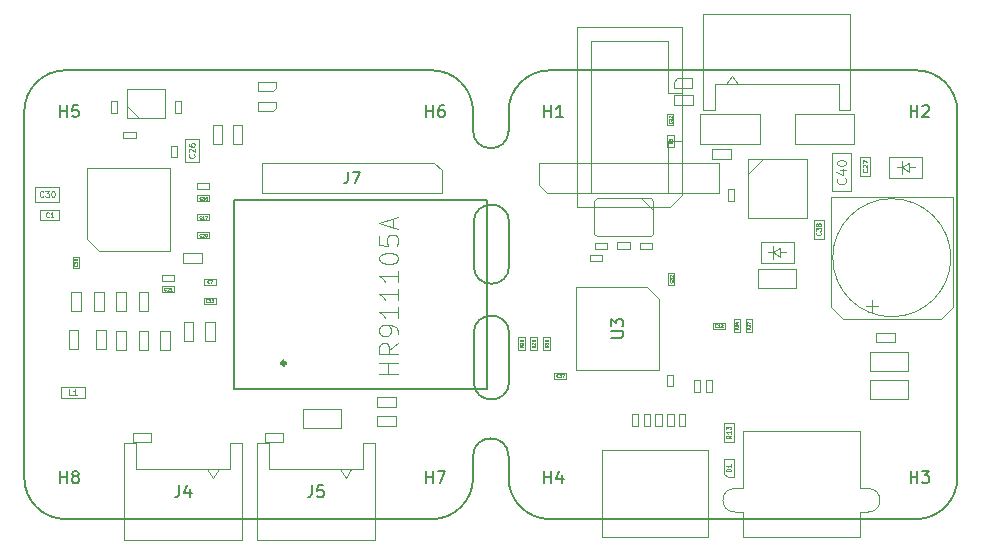
<source format=gbr>
%TF.GenerationSoftware,KiCad,Pcbnew,(6.0.1-0)*%
%TF.CreationDate,2023-01-25T00:15:58+01:00*%
%TF.ProjectId,ethersweep,65746865-7273-4776-9565-702e6b696361,2.0.1*%
%TF.SameCoordinates,Original*%
%TF.FileFunction,AssemblyDrawing,Top*%
%FSLAX46Y46*%
G04 Gerber Fmt 4.6, Leading zero omitted, Abs format (unit mm)*
G04 Created by KiCad (PCBNEW (6.0.1-0)) date 2023-01-25 00:15:58*
%MOMM*%
%LPD*%
G01*
G04 APERTURE LIST*
%TA.AperFunction,Profile*%
%ADD10C,0.150000*%
%TD*%
%ADD11C,0.080000*%
%ADD12C,0.015000*%
%ADD13C,0.150000*%
%ADD14C,0.040000*%
%ADD15C,0.060000*%
%ADD16C,0.120000*%
%ADD17C,0.100000*%
%ADD18C,0.127000*%
%ADD19C,0.300000*%
G04 APERTURE END LIST*
D10*
X187150000Y-39570000D02*
X187150000Y-43270000D01*
X184150000Y-43270000D02*
X184150000Y-39570000D01*
X184150000Y-53070000D02*
X184150000Y-48970000D01*
X187150000Y-48970000D02*
X187150000Y-53070000D01*
X187150000Y-39570000D02*
G75*
G03*
X184150000Y-39570000I-1500000J0D01*
G01*
X184150000Y-43270000D02*
G75*
G03*
X187150000Y-43270000I1500000J0D01*
G01*
X184150000Y-53070000D02*
G75*
G03*
X187150000Y-53070000I1500000J0D01*
G01*
X187150000Y-48970000D02*
G75*
G03*
X184150000Y-48970000I-1500000J0D01*
G01*
X184100000Y-31800000D02*
G75*
G03*
X187100000Y-31800000I1500000J0D01*
G01*
X187100000Y-59370000D02*
G75*
G03*
X184100000Y-59370000I-1500000J0D01*
G01*
X184100000Y-31800000D02*
X184100000Y-30200000D01*
X184100000Y-60700000D02*
X184100000Y-59400000D01*
X180600000Y-26700000D02*
X149600000Y-26700000D01*
X149600000Y-26700000D02*
G75*
G03*
X146100000Y-30200000I-1J-3499999D01*
G01*
X184100000Y-30200000D02*
G75*
G03*
X180600000Y-26700000I-3499999J1D01*
G01*
X180600000Y-64700000D02*
G75*
G03*
X184100000Y-61200000I1J3499999D01*
G01*
X146100000Y-30200000D02*
X146100000Y-61200000D01*
X149600000Y-64700000D02*
X180600000Y-64700000D01*
X146100000Y-61200000D02*
G75*
G03*
X149600000Y-64700000I3499999J-1D01*
G01*
X184100000Y-61200000D02*
X184100000Y-60700000D01*
X225100000Y-61200000D02*
X225100000Y-30200000D01*
X190600000Y-64700000D02*
X221600000Y-64700000D01*
X187100000Y-61200000D02*
G75*
G03*
X190600000Y-64700000I3499999J-1D01*
G01*
X221600000Y-64700000D02*
G75*
G03*
X225100000Y-61200000I1J3499999D01*
G01*
X190600000Y-26700000D02*
G75*
G03*
X187100000Y-30200000I-1J-3499999D01*
G01*
X190600000Y-26700000D02*
X221600000Y-26700000D01*
X187100000Y-30200000D02*
X187100000Y-30700000D01*
X187100000Y-61200000D02*
X187100000Y-59400000D01*
X187100000Y-31800000D02*
X187100000Y-30700000D01*
X225100000Y-30200000D02*
G75*
G03*
X221600000Y-26700000I-3499999J1D01*
G01*
D11*
X160478571Y-33821428D02*
X160502380Y-33845238D01*
X160526190Y-33916666D01*
X160526190Y-33964285D01*
X160502380Y-34035714D01*
X160454761Y-34083333D01*
X160407142Y-34107142D01*
X160311904Y-34130952D01*
X160240476Y-34130952D01*
X160145238Y-34107142D01*
X160097619Y-34083333D01*
X160050000Y-34035714D01*
X160026190Y-33964285D01*
X160026190Y-33916666D01*
X160050000Y-33845238D01*
X160073809Y-33821428D01*
X160073809Y-33630952D02*
X160050000Y-33607142D01*
X160026190Y-33559523D01*
X160026190Y-33440476D01*
X160050000Y-33392857D01*
X160073809Y-33369047D01*
X160121428Y-33345238D01*
X160169047Y-33345238D01*
X160240476Y-33369047D01*
X160526190Y-33654761D01*
X160526190Y-33345238D01*
X160026190Y-32916666D02*
X160026190Y-33011904D01*
X160050000Y-33059523D01*
X160073809Y-33083333D01*
X160145238Y-33130952D01*
X160240476Y-33154761D01*
X160430952Y-33154761D01*
X160478571Y-33130952D01*
X160502380Y-33107142D01*
X160526190Y-33059523D01*
X160526190Y-32964285D01*
X160502380Y-32916666D01*
X160478571Y-32892857D01*
X160430952Y-32869047D01*
X160311904Y-32869047D01*
X160264285Y-32892857D01*
X160240476Y-32916666D01*
X160216666Y-32964285D01*
X160216666Y-33059523D01*
X160240476Y-33107142D01*
X160264285Y-33130952D01*
X160311904Y-33154761D01*
X150116666Y-54226190D02*
X149878571Y-54226190D01*
X149878571Y-53726190D01*
X150545238Y-54226190D02*
X150259523Y-54226190D01*
X150402380Y-54226190D02*
X150402380Y-53726190D01*
X150354761Y-53797619D01*
X150307142Y-53845238D01*
X150259523Y-53869047D01*
D12*
X177776099Y-52404899D02*
X176171036Y-52404899D01*
X176935352Y-52404899D02*
X176935352Y-51487720D01*
X177776099Y-51487720D02*
X176171036Y-51487720D01*
X177776099Y-49806225D02*
X177011784Y-50341246D01*
X177776099Y-50723404D02*
X176171036Y-50723404D01*
X176171036Y-50111952D01*
X176247468Y-49959089D01*
X176323900Y-49882657D01*
X176476763Y-49806225D01*
X176706057Y-49806225D01*
X176858921Y-49882657D01*
X176935352Y-49959089D01*
X177011784Y-50111952D01*
X177011784Y-50723404D01*
X177776099Y-49041910D02*
X177776099Y-48736183D01*
X177699668Y-48583320D01*
X177623236Y-48506889D01*
X177393942Y-48354026D01*
X177088215Y-48277594D01*
X176476763Y-48277594D01*
X176323900Y-48354026D01*
X176247468Y-48430457D01*
X176171036Y-48583320D01*
X176171036Y-48889047D01*
X176247468Y-49041910D01*
X176323900Y-49118341D01*
X176476763Y-49194773D01*
X176858921Y-49194773D01*
X177011784Y-49118341D01*
X177088215Y-49041910D01*
X177164647Y-48889047D01*
X177164647Y-48583320D01*
X177088215Y-48430457D01*
X177011784Y-48354026D01*
X176858921Y-48277594D01*
X177776099Y-46748963D02*
X177776099Y-47666141D01*
X177776099Y-47207552D02*
X176171036Y-47207552D01*
X176400331Y-47360415D01*
X176553194Y-47513278D01*
X176629626Y-47666141D01*
X177776099Y-45220331D02*
X177776099Y-46137510D01*
X177776099Y-45678921D02*
X176171036Y-45678921D01*
X176400331Y-45831784D01*
X176553194Y-45984647D01*
X176629626Y-46137510D01*
X177776099Y-43691700D02*
X177776099Y-44608879D01*
X177776099Y-44150289D02*
X176171036Y-44150289D01*
X176400331Y-44303152D01*
X176553194Y-44456015D01*
X176629626Y-44608879D01*
X176171036Y-42698089D02*
X176171036Y-42545226D01*
X176247468Y-42392363D01*
X176323900Y-42315931D01*
X176476763Y-42239500D01*
X176782489Y-42163068D01*
X177164647Y-42163068D01*
X177470373Y-42239500D01*
X177623236Y-42315931D01*
X177699668Y-42392363D01*
X177776099Y-42545226D01*
X177776099Y-42698089D01*
X177699668Y-42850952D01*
X177623236Y-42927384D01*
X177470373Y-43003816D01*
X177164647Y-43080247D01*
X176782489Y-43080247D01*
X176476763Y-43003816D01*
X176323900Y-42927384D01*
X176247468Y-42850952D01*
X176171036Y-42698089D01*
X176171036Y-40710868D02*
X176171036Y-41475184D01*
X176935352Y-41551616D01*
X176858921Y-41475184D01*
X176782489Y-41322321D01*
X176782489Y-40940163D01*
X176858921Y-40787300D01*
X176935352Y-40710868D01*
X177088215Y-40634437D01*
X177470373Y-40634437D01*
X177623236Y-40710868D01*
X177699668Y-40787300D01*
X177776099Y-40940163D01*
X177776099Y-41322321D01*
X177699668Y-41475184D01*
X177623236Y-41551616D01*
X177317510Y-40022984D02*
X177317510Y-39258669D01*
X177776099Y-40175847D02*
X176171036Y-39640826D01*
X177776099Y-39105805D01*
D13*
X180138095Y-30652380D02*
X180138095Y-29652380D01*
X180138095Y-30128571D02*
X180709523Y-30128571D01*
X180709523Y-30652380D02*
X180709523Y-29652380D01*
X181614285Y-29652380D02*
X181423809Y-29652380D01*
X181328571Y-29700000D01*
X181280952Y-29747619D01*
X181185714Y-29890476D01*
X181138095Y-30080952D01*
X181138095Y-30461904D01*
X181185714Y-30557142D01*
X181233333Y-30604761D01*
X181328571Y-30652380D01*
X181519047Y-30652380D01*
X181614285Y-30604761D01*
X181661904Y-30557142D01*
X181709523Y-30461904D01*
X181709523Y-30223809D01*
X181661904Y-30128571D01*
X181614285Y-30080952D01*
X181519047Y-30033333D01*
X181328571Y-30033333D01*
X181233333Y-30080952D01*
X181185714Y-30128571D01*
X181138095Y-30223809D01*
X149138095Y-30652380D02*
X149138095Y-29652380D01*
X149138095Y-30128571D02*
X149709523Y-30128571D01*
X149709523Y-30652380D02*
X149709523Y-29652380D01*
X150661904Y-29652380D02*
X150185714Y-29652380D01*
X150138095Y-30128571D01*
X150185714Y-30080952D01*
X150280952Y-30033333D01*
X150519047Y-30033333D01*
X150614285Y-30080952D01*
X150661904Y-30128571D01*
X150709523Y-30223809D01*
X150709523Y-30461904D01*
X150661904Y-30557142D01*
X150614285Y-30604761D01*
X150519047Y-30652380D01*
X150280952Y-30652380D01*
X150185714Y-30604761D01*
X150138095Y-30557142D01*
X149138095Y-61652380D02*
X149138095Y-60652380D01*
X149138095Y-61128571D02*
X149709523Y-61128571D01*
X149709523Y-61652380D02*
X149709523Y-60652380D01*
X150328571Y-61080952D02*
X150233333Y-61033333D01*
X150185714Y-60985714D01*
X150138095Y-60890476D01*
X150138095Y-60842857D01*
X150185714Y-60747619D01*
X150233333Y-60700000D01*
X150328571Y-60652380D01*
X150519047Y-60652380D01*
X150614285Y-60700000D01*
X150661904Y-60747619D01*
X150709523Y-60842857D01*
X150709523Y-60890476D01*
X150661904Y-60985714D01*
X150614285Y-61033333D01*
X150519047Y-61080952D01*
X150328571Y-61080952D01*
X150233333Y-61128571D01*
X150185714Y-61176190D01*
X150138095Y-61271428D01*
X150138095Y-61461904D01*
X150185714Y-61557142D01*
X150233333Y-61604761D01*
X150328571Y-61652380D01*
X150519047Y-61652380D01*
X150614285Y-61604761D01*
X150661904Y-61557142D01*
X150709523Y-61461904D01*
X150709523Y-61271428D01*
X150661904Y-61176190D01*
X150614285Y-61128571D01*
X150519047Y-61080952D01*
X180138095Y-61652380D02*
X180138095Y-60652380D01*
X180138095Y-61128571D02*
X180709523Y-61128571D01*
X180709523Y-61652380D02*
X180709523Y-60652380D01*
X181090476Y-60652380D02*
X181757142Y-60652380D01*
X181328571Y-61652380D01*
D14*
X161089285Y-37639285D02*
X161077380Y-37651190D01*
X161041666Y-37663095D01*
X161017857Y-37663095D01*
X160982142Y-37651190D01*
X160958333Y-37627380D01*
X160946428Y-37603571D01*
X160934523Y-37555952D01*
X160934523Y-37520238D01*
X160946428Y-37472619D01*
X160958333Y-37448809D01*
X160982142Y-37425000D01*
X161017857Y-37413095D01*
X161041666Y-37413095D01*
X161077380Y-37425000D01*
X161089285Y-37436904D01*
X161172619Y-37413095D02*
X161327380Y-37413095D01*
X161244047Y-37508333D01*
X161279761Y-37508333D01*
X161303571Y-37520238D01*
X161315476Y-37532142D01*
X161327380Y-37555952D01*
X161327380Y-37615476D01*
X161315476Y-37639285D01*
X161303571Y-37651190D01*
X161279761Y-37663095D01*
X161208333Y-37663095D01*
X161184523Y-37651190D01*
X161172619Y-37639285D01*
X161541666Y-37413095D02*
X161494047Y-37413095D01*
X161470238Y-37425000D01*
X161458333Y-37436904D01*
X161434523Y-37472619D01*
X161422619Y-37520238D01*
X161422619Y-37615476D01*
X161434523Y-37639285D01*
X161446428Y-37651190D01*
X161470238Y-37663095D01*
X161517857Y-37663095D01*
X161541666Y-37651190D01*
X161553571Y-37639285D01*
X161565476Y-37615476D01*
X161565476Y-37555952D01*
X161553571Y-37532142D01*
X161541666Y-37520238D01*
X161517857Y-37508333D01*
X161470238Y-37508333D01*
X161446428Y-37520238D01*
X161434523Y-37532142D01*
X161422619Y-37555952D01*
D11*
X147728571Y-37378571D02*
X147704761Y-37402380D01*
X147633333Y-37426190D01*
X147585714Y-37426190D01*
X147514285Y-37402380D01*
X147466666Y-37354761D01*
X147442857Y-37307142D01*
X147419047Y-37211904D01*
X147419047Y-37140476D01*
X147442857Y-37045238D01*
X147466666Y-36997619D01*
X147514285Y-36950000D01*
X147585714Y-36926190D01*
X147633333Y-36926190D01*
X147704761Y-36950000D01*
X147728571Y-36973809D01*
X147895238Y-36926190D02*
X148204761Y-36926190D01*
X148038095Y-37116666D01*
X148109523Y-37116666D01*
X148157142Y-37140476D01*
X148180952Y-37164285D01*
X148204761Y-37211904D01*
X148204761Y-37330952D01*
X148180952Y-37378571D01*
X148157142Y-37402380D01*
X148109523Y-37426190D01*
X147966666Y-37426190D01*
X147919047Y-37402380D01*
X147895238Y-37378571D01*
X148514285Y-36926190D02*
X148561904Y-36926190D01*
X148609523Y-36950000D01*
X148633333Y-36973809D01*
X148657142Y-37021428D01*
X148680952Y-37116666D01*
X148680952Y-37235714D01*
X148657142Y-37330952D01*
X148633333Y-37378571D01*
X148609523Y-37402380D01*
X148561904Y-37426190D01*
X148514285Y-37426190D01*
X148466666Y-37402380D01*
X148442857Y-37378571D01*
X148419047Y-37330952D01*
X148395238Y-37235714D01*
X148395238Y-37116666D01*
X148419047Y-37021428D01*
X148442857Y-36973809D01*
X148466666Y-36950000D01*
X148514285Y-36926190D01*
D14*
X161758333Y-44689285D02*
X161746428Y-44701190D01*
X161710714Y-44713095D01*
X161686904Y-44713095D01*
X161651190Y-44701190D01*
X161627380Y-44677380D01*
X161615476Y-44653571D01*
X161603571Y-44605952D01*
X161603571Y-44570238D01*
X161615476Y-44522619D01*
X161627380Y-44498809D01*
X161651190Y-44475000D01*
X161686904Y-44463095D01*
X161710714Y-44463095D01*
X161746428Y-44475000D01*
X161758333Y-44486904D01*
X161841666Y-44463095D02*
X162008333Y-44463095D01*
X161901190Y-44713095D01*
X161639285Y-46289285D02*
X161627380Y-46301190D01*
X161591666Y-46313095D01*
X161567857Y-46313095D01*
X161532142Y-46301190D01*
X161508333Y-46277380D01*
X161496428Y-46253571D01*
X161484523Y-46205952D01*
X161484523Y-46170238D01*
X161496428Y-46122619D01*
X161508333Y-46098809D01*
X161532142Y-46075000D01*
X161567857Y-46063095D01*
X161591666Y-46063095D01*
X161627380Y-46075000D01*
X161639285Y-46086904D01*
X161877380Y-46313095D02*
X161734523Y-46313095D01*
X161805952Y-46313095D02*
X161805952Y-46063095D01*
X161782142Y-46098809D01*
X161758333Y-46122619D01*
X161734523Y-46134523D01*
X161960714Y-46063095D02*
X162115476Y-46063095D01*
X162032142Y-46158333D01*
X162067857Y-46158333D01*
X162091666Y-46170238D01*
X162103571Y-46182142D01*
X162115476Y-46205952D01*
X162115476Y-46265476D01*
X162103571Y-46289285D01*
X162091666Y-46301190D01*
X162067857Y-46313095D01*
X161996428Y-46313095D01*
X161972619Y-46301190D01*
X161960714Y-46289285D01*
D13*
X190138095Y-30652380D02*
X190138095Y-29652380D01*
X190138095Y-30128571D02*
X190709523Y-30128571D01*
X190709523Y-30652380D02*
X190709523Y-29652380D01*
X191709523Y-30652380D02*
X191138095Y-30652380D01*
X191423809Y-30652380D02*
X191423809Y-29652380D01*
X191328571Y-29795238D01*
X191233333Y-29890476D01*
X191138095Y-29938095D01*
X221138095Y-30652380D02*
X221138095Y-29652380D01*
X221138095Y-30128571D02*
X221709523Y-30128571D01*
X221709523Y-30652380D02*
X221709523Y-29652380D01*
X222138095Y-29747619D02*
X222185714Y-29700000D01*
X222280952Y-29652380D01*
X222519047Y-29652380D01*
X222614285Y-29700000D01*
X222661904Y-29747619D01*
X222709523Y-29842857D01*
X222709523Y-29938095D01*
X222661904Y-30080952D01*
X222090476Y-30652380D01*
X222709523Y-30652380D01*
X190138095Y-61652380D02*
X190138095Y-60652380D01*
X190138095Y-61128571D02*
X190709523Y-61128571D01*
X190709523Y-61652380D02*
X190709523Y-60652380D01*
X191614285Y-60985714D02*
X191614285Y-61652380D01*
X191376190Y-60604761D02*
X191138095Y-61319047D01*
X191757142Y-61319047D01*
X221138095Y-61627381D02*
X221138095Y-60627381D01*
X221138095Y-61103572D02*
X221709523Y-61103572D01*
X221709523Y-61627381D02*
X221709523Y-60627381D01*
X222090476Y-60627381D02*
X222709523Y-60627381D01*
X222376190Y-61008334D01*
X222519047Y-61008334D01*
X222614285Y-61055953D01*
X222661904Y-61103572D01*
X222709523Y-61198810D01*
X222709523Y-61436905D01*
X222661904Y-61532143D01*
X222614285Y-61579762D01*
X222519047Y-61627381D01*
X222233333Y-61627381D01*
X222138095Y-61579762D01*
X222090476Y-61532143D01*
D15*
X205930952Y-60665238D02*
X205530952Y-60665238D01*
X205530952Y-60570000D01*
X205550000Y-60512857D01*
X205588095Y-60474761D01*
X205626190Y-60455714D01*
X205702380Y-60436666D01*
X205759523Y-60436666D01*
X205835714Y-60455714D01*
X205873809Y-60474761D01*
X205911904Y-60512857D01*
X205930952Y-60570000D01*
X205930952Y-60665238D01*
X205930952Y-60055714D02*
X205930952Y-60284285D01*
X205930952Y-60170000D02*
X205530952Y-60170000D01*
X205588095Y-60208095D01*
X205626190Y-60246190D01*
X205645238Y-60284285D01*
X205930952Y-57627142D02*
X205740476Y-57760476D01*
X205930952Y-57855714D02*
X205530952Y-57855714D01*
X205530952Y-57703333D01*
X205550000Y-57665238D01*
X205569047Y-57646190D01*
X205607142Y-57627142D01*
X205664285Y-57627142D01*
X205702380Y-57646190D01*
X205721428Y-57665238D01*
X205740476Y-57703333D01*
X205740476Y-57855714D01*
X205930952Y-57246190D02*
X205930952Y-57474761D01*
X205930952Y-57360476D02*
X205530952Y-57360476D01*
X205588095Y-57398571D01*
X205626190Y-57436666D01*
X205645238Y-57474761D01*
X205530952Y-57112857D02*
X205530952Y-56865238D01*
X205683333Y-56998571D01*
X205683333Y-56941428D01*
X205702380Y-56903333D01*
X205721428Y-56884285D01*
X205759523Y-56865238D01*
X205854761Y-56865238D01*
X205892857Y-56884285D01*
X205911904Y-56903333D01*
X205930952Y-56941428D01*
X205930952Y-57055714D01*
X205911904Y-57093809D01*
X205892857Y-57112857D01*
D14*
X161089285Y-40759285D02*
X161077380Y-40771190D01*
X161041666Y-40783095D01*
X161017857Y-40783095D01*
X160982142Y-40771190D01*
X160958333Y-40747380D01*
X160946428Y-40723571D01*
X160934523Y-40675952D01*
X160934523Y-40640238D01*
X160946428Y-40592619D01*
X160958333Y-40568809D01*
X160982142Y-40545000D01*
X161017857Y-40533095D01*
X161041666Y-40533095D01*
X161077380Y-40545000D01*
X161089285Y-40556904D01*
X161184523Y-40556904D02*
X161196428Y-40545000D01*
X161220238Y-40533095D01*
X161279761Y-40533095D01*
X161303571Y-40545000D01*
X161315476Y-40556904D01*
X161327380Y-40580714D01*
X161327380Y-40604523D01*
X161315476Y-40640238D01*
X161172619Y-40783095D01*
X161327380Y-40783095D01*
X161482142Y-40533095D02*
X161505952Y-40533095D01*
X161529761Y-40545000D01*
X161541666Y-40556904D01*
X161553571Y-40580714D01*
X161565476Y-40628333D01*
X161565476Y-40687857D01*
X161553571Y-40735476D01*
X161541666Y-40759285D01*
X161529761Y-40771190D01*
X161505952Y-40783095D01*
X161482142Y-40783095D01*
X161458333Y-40771190D01*
X161446428Y-40759285D01*
X161434523Y-40735476D01*
X161422619Y-40687857D01*
X161422619Y-40628333D01*
X161434523Y-40580714D01*
X161446428Y-40556904D01*
X161458333Y-40545000D01*
X161482142Y-40533095D01*
X158091685Y-45331685D02*
X158079780Y-45343590D01*
X158044066Y-45355495D01*
X158020257Y-45355495D01*
X157984542Y-45343590D01*
X157960733Y-45319780D01*
X157948828Y-45295971D01*
X157936923Y-45248352D01*
X157936923Y-45212638D01*
X157948828Y-45165019D01*
X157960733Y-45141209D01*
X157984542Y-45117400D01*
X158020257Y-45105495D01*
X158044066Y-45105495D01*
X158079780Y-45117400D01*
X158091685Y-45129304D01*
X158186923Y-45129304D02*
X158198828Y-45117400D01*
X158222638Y-45105495D01*
X158282161Y-45105495D01*
X158305971Y-45117400D01*
X158317876Y-45129304D01*
X158329780Y-45153114D01*
X158329780Y-45176923D01*
X158317876Y-45212638D01*
X158175019Y-45355495D01*
X158329780Y-45355495D01*
X158567876Y-45355495D02*
X158425019Y-45355495D01*
X158496447Y-45355495D02*
X158496447Y-45105495D01*
X158472638Y-45141209D01*
X158448828Y-45165019D01*
X158425019Y-45176923D01*
D13*
X173514666Y-35271380D02*
X173514666Y-35985666D01*
X173467047Y-36128523D01*
X173371809Y-36223761D01*
X173228952Y-36271380D01*
X173133714Y-36271380D01*
X173895619Y-35271380D02*
X174562285Y-35271380D01*
X174133714Y-36271380D01*
D14*
X190417619Y-50007142D02*
X190293809Y-50093809D01*
X190417619Y-50155714D02*
X190157619Y-50155714D01*
X190157619Y-50056666D01*
X190170000Y-50031904D01*
X190182380Y-50019523D01*
X190207142Y-50007142D01*
X190244285Y-50007142D01*
X190269047Y-50019523D01*
X190281428Y-50031904D01*
X190293809Y-50056666D01*
X190293809Y-50155714D01*
X190157619Y-49920476D02*
X190157619Y-49759523D01*
X190256666Y-49846190D01*
X190256666Y-49809047D01*
X190269047Y-49784285D01*
X190281428Y-49771904D01*
X190306190Y-49759523D01*
X190368095Y-49759523D01*
X190392857Y-49771904D01*
X190405238Y-49784285D01*
X190417619Y-49809047D01*
X190417619Y-49883333D01*
X190405238Y-49908095D01*
X190392857Y-49920476D01*
X190157619Y-49598571D02*
X190157619Y-49573809D01*
X190170000Y-49549047D01*
X190182380Y-49536666D01*
X190207142Y-49524285D01*
X190256666Y-49511904D01*
X190318571Y-49511904D01*
X190368095Y-49524285D01*
X190392857Y-49536666D01*
X190405238Y-49549047D01*
X190417619Y-49573809D01*
X190417619Y-49598571D01*
X190405238Y-49623333D01*
X190392857Y-49635714D01*
X190368095Y-49648095D01*
X190318571Y-49660476D01*
X190256666Y-49660476D01*
X190207142Y-49648095D01*
X190182380Y-49635714D01*
X190170000Y-49623333D01*
X190157619Y-49598571D01*
D15*
X217442857Y-35077142D02*
X217461904Y-35096190D01*
X217480952Y-35153333D01*
X217480952Y-35191428D01*
X217461904Y-35248571D01*
X217423809Y-35286666D01*
X217385714Y-35305714D01*
X217309523Y-35324761D01*
X217252380Y-35324761D01*
X217176190Y-35305714D01*
X217138095Y-35286666D01*
X217100000Y-35248571D01*
X217080952Y-35191428D01*
X217080952Y-35153333D01*
X217100000Y-35096190D01*
X217119047Y-35077142D01*
X217119047Y-34924761D02*
X217100000Y-34905714D01*
X217080952Y-34867619D01*
X217080952Y-34772380D01*
X217100000Y-34734285D01*
X217119047Y-34715238D01*
X217157142Y-34696190D01*
X217195238Y-34696190D01*
X217252380Y-34715238D01*
X217480952Y-34943809D01*
X217480952Y-34696190D01*
X217080952Y-34562857D02*
X217080952Y-34296190D01*
X217480952Y-34467619D01*
D14*
X200927619Y-32743333D02*
X200803809Y-32830000D01*
X200927619Y-32891904D02*
X200667619Y-32891904D01*
X200667619Y-32792857D01*
X200680000Y-32768095D01*
X200692380Y-32755714D01*
X200717142Y-32743333D01*
X200754285Y-32743333D01*
X200779047Y-32755714D01*
X200791428Y-32768095D01*
X200803809Y-32792857D01*
X200803809Y-32891904D01*
X200667619Y-32656666D02*
X200667619Y-32495714D01*
X200766666Y-32582380D01*
X200766666Y-32545238D01*
X200779047Y-32520476D01*
X200791428Y-32508095D01*
X200816190Y-32495714D01*
X200878095Y-32495714D01*
X200902857Y-32508095D01*
X200915238Y-32520476D01*
X200927619Y-32545238D01*
X200927619Y-32619523D01*
X200915238Y-32644285D01*
X200902857Y-32656666D01*
D13*
X170466666Y-61839880D02*
X170466666Y-62554166D01*
X170419047Y-62697023D01*
X170323809Y-62792261D01*
X170180952Y-62839880D01*
X170085714Y-62839880D01*
X171419047Y-61839880D02*
X170942857Y-61839880D01*
X170895238Y-62316071D01*
X170942857Y-62268452D01*
X171038095Y-62220833D01*
X171276190Y-62220833D01*
X171371428Y-62268452D01*
X171419047Y-62316071D01*
X171466666Y-62411309D01*
X171466666Y-62649404D01*
X171419047Y-62744642D01*
X171371428Y-62792261D01*
X171276190Y-62839880D01*
X171038095Y-62839880D01*
X170942857Y-62792261D01*
X170895238Y-62744642D01*
D16*
X215610714Y-35834285D02*
X215648809Y-35872380D01*
X215686904Y-35986666D01*
X215686904Y-36062857D01*
X215648809Y-36177142D01*
X215572619Y-36253333D01*
X215496428Y-36291428D01*
X215344047Y-36329523D01*
X215229761Y-36329523D01*
X215077380Y-36291428D01*
X215001190Y-36253333D01*
X214925000Y-36177142D01*
X214886904Y-36062857D01*
X214886904Y-35986666D01*
X214925000Y-35872380D01*
X214963095Y-35834285D01*
X215153571Y-35148571D02*
X215686904Y-35148571D01*
X214848809Y-35339047D02*
X215420238Y-35529523D01*
X215420238Y-35034285D01*
X214886904Y-34577142D02*
X214886904Y-34500952D01*
X214925000Y-34424761D01*
X214963095Y-34386666D01*
X215039285Y-34348571D01*
X215191666Y-34310476D01*
X215382142Y-34310476D01*
X215534523Y-34348571D01*
X215610714Y-34386666D01*
X215648809Y-34424761D01*
X215686904Y-34500952D01*
X215686904Y-34577142D01*
X215648809Y-34653333D01*
X215610714Y-34691428D01*
X215534523Y-34729523D01*
X215382142Y-34767619D01*
X215191666Y-34767619D01*
X215039285Y-34729523D01*
X214963095Y-34691428D01*
X214925000Y-34653333D01*
X214886904Y-34577142D01*
D13*
X159216666Y-61839880D02*
X159216666Y-62554166D01*
X159169047Y-62697023D01*
X159073809Y-62792261D01*
X158930952Y-62839880D01*
X158835714Y-62839880D01*
X160121428Y-62173214D02*
X160121428Y-62839880D01*
X159883333Y-61792261D02*
X159645238Y-62506547D01*
X160264285Y-62506547D01*
D14*
X207567619Y-48487142D02*
X207443809Y-48573809D01*
X207567619Y-48635714D02*
X207307619Y-48635714D01*
X207307619Y-48536666D01*
X207320000Y-48511904D01*
X207332380Y-48499523D01*
X207357142Y-48487142D01*
X207394285Y-48487142D01*
X207419047Y-48499523D01*
X207431428Y-48511904D01*
X207443809Y-48536666D01*
X207443809Y-48635714D01*
X207332380Y-48388095D02*
X207320000Y-48375714D01*
X207307619Y-48350952D01*
X207307619Y-48289047D01*
X207320000Y-48264285D01*
X207332380Y-48251904D01*
X207357142Y-48239523D01*
X207381904Y-48239523D01*
X207419047Y-48251904D01*
X207567619Y-48400476D01*
X207567619Y-48239523D01*
X207307619Y-48152857D02*
X207307619Y-47979523D01*
X207567619Y-48090952D01*
X204749285Y-48409285D02*
X204737380Y-48421190D01*
X204701666Y-48433095D01*
X204677857Y-48433095D01*
X204642142Y-48421190D01*
X204618333Y-48397380D01*
X204606428Y-48373571D01*
X204594523Y-48325952D01*
X204594523Y-48290238D01*
X204606428Y-48242619D01*
X204618333Y-48218809D01*
X204642142Y-48195000D01*
X204677857Y-48183095D01*
X204701666Y-48183095D01*
X204737380Y-48195000D01*
X204749285Y-48206904D01*
X204987380Y-48433095D02*
X204844523Y-48433095D01*
X204915952Y-48433095D02*
X204915952Y-48183095D01*
X204892142Y-48218809D01*
X204868333Y-48242619D01*
X204844523Y-48254523D01*
X205082619Y-48206904D02*
X205094523Y-48195000D01*
X205118333Y-48183095D01*
X205177857Y-48183095D01*
X205201666Y-48195000D01*
X205213571Y-48206904D01*
X205225476Y-48230714D01*
X205225476Y-48254523D01*
X205213571Y-48290238D01*
X205070714Y-48433095D01*
X205225476Y-48433095D01*
X200889285Y-31026714D02*
X200901190Y-31038619D01*
X200913095Y-31074333D01*
X200913095Y-31098142D01*
X200901190Y-31133857D01*
X200877380Y-31157666D01*
X200853571Y-31169571D01*
X200805952Y-31181476D01*
X200770238Y-31181476D01*
X200722619Y-31169571D01*
X200698809Y-31157666D01*
X200675000Y-31133857D01*
X200663095Y-31098142D01*
X200663095Y-31074333D01*
X200675000Y-31038619D01*
X200686904Y-31026714D01*
X200686904Y-30931476D02*
X200675000Y-30919571D01*
X200663095Y-30895761D01*
X200663095Y-30836238D01*
X200675000Y-30812428D01*
X200686904Y-30800523D01*
X200710714Y-30788619D01*
X200734523Y-30788619D01*
X200770238Y-30800523D01*
X200913095Y-30943380D01*
X200913095Y-30788619D01*
X200686904Y-30693380D02*
X200675000Y-30681476D01*
X200663095Y-30657666D01*
X200663095Y-30598142D01*
X200675000Y-30574333D01*
X200686904Y-30562428D01*
X200710714Y-30550523D01*
X200734523Y-30550523D01*
X200770238Y-30562428D01*
X200913095Y-30705285D01*
X200913095Y-30550523D01*
D13*
X195802380Y-49331904D02*
X196611904Y-49331904D01*
X196707142Y-49284285D01*
X196754761Y-49236666D01*
X196802380Y-49141428D01*
X196802380Y-48950952D01*
X196754761Y-48855714D01*
X196707142Y-48808095D01*
X196611904Y-48760476D01*
X195802380Y-48760476D01*
X195802380Y-48379523D02*
X195802380Y-47760476D01*
X196183333Y-48093809D01*
X196183333Y-47950952D01*
X196230952Y-47855714D01*
X196278571Y-47808095D01*
X196373809Y-47760476D01*
X196611904Y-47760476D01*
X196707142Y-47808095D01*
X196754761Y-47855714D01*
X196802380Y-47950952D01*
X196802380Y-48236666D01*
X196754761Y-48331904D01*
X196707142Y-48379523D01*
D14*
X188307619Y-49997142D02*
X188183809Y-50083809D01*
X188307619Y-50145714D02*
X188047619Y-50145714D01*
X188047619Y-50046666D01*
X188060000Y-50021904D01*
X188072380Y-50009523D01*
X188097142Y-49997142D01*
X188134285Y-49997142D01*
X188159047Y-50009523D01*
X188171428Y-50021904D01*
X188183809Y-50046666D01*
X188183809Y-50145714D01*
X188072380Y-49898095D02*
X188060000Y-49885714D01*
X188047619Y-49860952D01*
X188047619Y-49799047D01*
X188060000Y-49774285D01*
X188072380Y-49761904D01*
X188097142Y-49749523D01*
X188121904Y-49749523D01*
X188159047Y-49761904D01*
X188307619Y-49910476D01*
X188307619Y-49749523D01*
X188307619Y-49625714D02*
X188307619Y-49576190D01*
X188295238Y-49551428D01*
X188282857Y-49539047D01*
X188245714Y-49514285D01*
X188196190Y-49501904D01*
X188097142Y-49501904D01*
X188072380Y-49514285D01*
X188060000Y-49526666D01*
X188047619Y-49551428D01*
X188047619Y-49600952D01*
X188060000Y-49625714D01*
X188072380Y-49638095D01*
X188097142Y-49650476D01*
X188159047Y-49650476D01*
X188183809Y-49638095D01*
X188196190Y-49625714D01*
X188208571Y-49600952D01*
X188208571Y-49551428D01*
X188196190Y-49526666D01*
X188183809Y-49514285D01*
X188159047Y-49501904D01*
X200979285Y-44520714D02*
X200991190Y-44532619D01*
X201003095Y-44568333D01*
X201003095Y-44592142D01*
X200991190Y-44627857D01*
X200967380Y-44651666D01*
X200943571Y-44663571D01*
X200895952Y-44675476D01*
X200860238Y-44675476D01*
X200812619Y-44663571D01*
X200788809Y-44651666D01*
X200765000Y-44627857D01*
X200753095Y-44592142D01*
X200753095Y-44568333D01*
X200765000Y-44532619D01*
X200776904Y-44520714D01*
X200753095Y-44437380D02*
X200753095Y-44282619D01*
X200848333Y-44365952D01*
X200848333Y-44330238D01*
X200860238Y-44306428D01*
X200872142Y-44294523D01*
X200895952Y-44282619D01*
X200955476Y-44282619D01*
X200979285Y-44294523D01*
X200991190Y-44306428D01*
X201003095Y-44330238D01*
X201003095Y-44401666D01*
X200991190Y-44425476D01*
X200979285Y-44437380D01*
X200776904Y-44187380D02*
X200765000Y-44175476D01*
X200753095Y-44151666D01*
X200753095Y-44092142D01*
X200765000Y-44068333D01*
X200776904Y-44056428D01*
X200800714Y-44044523D01*
X200824523Y-44044523D01*
X200860238Y-44056428D01*
X201003095Y-44199285D01*
X201003095Y-44044523D01*
X150539285Y-43130714D02*
X150551190Y-43142619D01*
X150563095Y-43178333D01*
X150563095Y-43202142D01*
X150551190Y-43237857D01*
X150527380Y-43261666D01*
X150503571Y-43273571D01*
X150455952Y-43285476D01*
X150420238Y-43285476D01*
X150372619Y-43273571D01*
X150348809Y-43261666D01*
X150325000Y-43237857D01*
X150313095Y-43202142D01*
X150313095Y-43178333D01*
X150325000Y-43142619D01*
X150336904Y-43130714D01*
X150563095Y-42892619D02*
X150563095Y-43035476D01*
X150563095Y-42964047D02*
X150313095Y-42964047D01*
X150348809Y-42987857D01*
X150372619Y-43011666D01*
X150384523Y-43035476D01*
X150420238Y-42749761D02*
X150408333Y-42773571D01*
X150396428Y-42785476D01*
X150372619Y-42797380D01*
X150360714Y-42797380D01*
X150336904Y-42785476D01*
X150325000Y-42773571D01*
X150313095Y-42749761D01*
X150313095Y-42702142D01*
X150325000Y-42678333D01*
X150336904Y-42666428D01*
X150360714Y-42654523D01*
X150372619Y-42654523D01*
X150396428Y-42666428D01*
X150408333Y-42678333D01*
X150420238Y-42702142D01*
X150420238Y-42749761D01*
X150432142Y-42773571D01*
X150444047Y-42785476D01*
X150467857Y-42797380D01*
X150515476Y-42797380D01*
X150539285Y-42785476D01*
X150551190Y-42773571D01*
X150563095Y-42749761D01*
X150563095Y-42702142D01*
X150551190Y-42678333D01*
X150539285Y-42666428D01*
X150515476Y-42654523D01*
X150467857Y-42654523D01*
X150444047Y-42666428D01*
X150432142Y-42678333D01*
X150420238Y-42702142D01*
D15*
X213513257Y-40427142D02*
X213532304Y-40446190D01*
X213551352Y-40503333D01*
X213551352Y-40541428D01*
X213532304Y-40598571D01*
X213494209Y-40636666D01*
X213456114Y-40655714D01*
X213379923Y-40674761D01*
X213322780Y-40674761D01*
X213246590Y-40655714D01*
X213208495Y-40636666D01*
X213170400Y-40598571D01*
X213151352Y-40541428D01*
X213151352Y-40503333D01*
X213170400Y-40446190D01*
X213189447Y-40427142D01*
X213151352Y-40293809D02*
X213151352Y-40046190D01*
X213303733Y-40179523D01*
X213303733Y-40122380D01*
X213322780Y-40084285D01*
X213341828Y-40065238D01*
X213379923Y-40046190D01*
X213475161Y-40046190D01*
X213513257Y-40065238D01*
X213532304Y-40084285D01*
X213551352Y-40122380D01*
X213551352Y-40236666D01*
X213532304Y-40274761D01*
X213513257Y-40293809D01*
X213322780Y-39817619D02*
X213303733Y-39855714D01*
X213284685Y-39874761D01*
X213246590Y-39893809D01*
X213227542Y-39893809D01*
X213189447Y-39874761D01*
X213170400Y-39855714D01*
X213151352Y-39817619D01*
X213151352Y-39741428D01*
X213170400Y-39703333D01*
X213189447Y-39684285D01*
X213227542Y-39665238D01*
X213246590Y-39665238D01*
X213284685Y-39684285D01*
X213303733Y-39703333D01*
X213322780Y-39741428D01*
X213322780Y-39817619D01*
X213341828Y-39855714D01*
X213360876Y-39874761D01*
X213398971Y-39893809D01*
X213475161Y-39893809D01*
X213513257Y-39874761D01*
X213532304Y-39855714D01*
X213551352Y-39817619D01*
X213551352Y-39741428D01*
X213532304Y-39703333D01*
X213513257Y-39684285D01*
X213475161Y-39665238D01*
X213398971Y-39665238D01*
X213360876Y-39684285D01*
X213341828Y-39703333D01*
X213322780Y-39741428D01*
D14*
X191314885Y-52646885D02*
X191302980Y-52658790D01*
X191267266Y-52670695D01*
X191243457Y-52670695D01*
X191207742Y-52658790D01*
X191183933Y-52634980D01*
X191172028Y-52611171D01*
X191160123Y-52563552D01*
X191160123Y-52527838D01*
X191172028Y-52480219D01*
X191183933Y-52456409D01*
X191207742Y-52432600D01*
X191243457Y-52420695D01*
X191267266Y-52420695D01*
X191302980Y-52432600D01*
X191314885Y-52444504D01*
X191398219Y-52420695D02*
X191552980Y-52420695D01*
X191469647Y-52515933D01*
X191505361Y-52515933D01*
X191529171Y-52527838D01*
X191541076Y-52539742D01*
X191552980Y-52563552D01*
X191552980Y-52623076D01*
X191541076Y-52646885D01*
X191529171Y-52658790D01*
X191505361Y-52670695D01*
X191433933Y-52670695D01*
X191410123Y-52658790D01*
X191398219Y-52646885D01*
X191636314Y-52420695D02*
X191802980Y-52420695D01*
X191695838Y-52670695D01*
X189337619Y-50007142D02*
X189213809Y-50093809D01*
X189337619Y-50155714D02*
X189077619Y-50155714D01*
X189077619Y-50056666D01*
X189090000Y-50031904D01*
X189102380Y-50019523D01*
X189127142Y-50007142D01*
X189164285Y-50007142D01*
X189189047Y-50019523D01*
X189201428Y-50031904D01*
X189213809Y-50056666D01*
X189213809Y-50155714D01*
X189102380Y-49908095D02*
X189090000Y-49895714D01*
X189077619Y-49870952D01*
X189077619Y-49809047D01*
X189090000Y-49784285D01*
X189102380Y-49771904D01*
X189127142Y-49759523D01*
X189151904Y-49759523D01*
X189189047Y-49771904D01*
X189337619Y-49920476D01*
X189337619Y-49759523D01*
X189189047Y-49610952D02*
X189176666Y-49635714D01*
X189164285Y-49648095D01*
X189139523Y-49660476D01*
X189127142Y-49660476D01*
X189102380Y-49648095D01*
X189090000Y-49635714D01*
X189077619Y-49610952D01*
X189077619Y-49561428D01*
X189090000Y-49536666D01*
X189102380Y-49524285D01*
X189127142Y-49511904D01*
X189139523Y-49511904D01*
X189164285Y-49524285D01*
X189176666Y-49536666D01*
X189189047Y-49561428D01*
X189189047Y-49610952D01*
X189201428Y-49635714D01*
X189213809Y-49648095D01*
X189238571Y-49660476D01*
X189288095Y-49660476D01*
X189312857Y-49648095D01*
X189325238Y-49635714D01*
X189337619Y-49610952D01*
X189337619Y-49561428D01*
X189325238Y-49536666D01*
X189312857Y-49524285D01*
X189288095Y-49511904D01*
X189238571Y-49511904D01*
X189213809Y-49524285D01*
X189201428Y-49536666D01*
X189189047Y-49561428D01*
D15*
X148178133Y-39086057D02*
X148159085Y-39105104D01*
X148101942Y-39124152D01*
X148063847Y-39124152D01*
X148006704Y-39105104D01*
X147968609Y-39067009D01*
X147949561Y-39028914D01*
X147930514Y-38952723D01*
X147930514Y-38895580D01*
X147949561Y-38819390D01*
X147968609Y-38781295D01*
X148006704Y-38743200D01*
X148063847Y-38724152D01*
X148101942Y-38724152D01*
X148159085Y-38743200D01*
X148178133Y-38762247D01*
X148559085Y-39124152D02*
X148330514Y-39124152D01*
X148444800Y-39124152D02*
X148444800Y-38724152D01*
X148406704Y-38781295D01*
X148368609Y-38819390D01*
X148330514Y-38838438D01*
D14*
X161089285Y-39238381D02*
X161077380Y-39250286D01*
X161041666Y-39262191D01*
X161017857Y-39262191D01*
X160982142Y-39250286D01*
X160958333Y-39226476D01*
X160946428Y-39202667D01*
X160934523Y-39155048D01*
X160934523Y-39119334D01*
X160946428Y-39071715D01*
X160958333Y-39047905D01*
X160982142Y-39024096D01*
X161017857Y-39012191D01*
X161041666Y-39012191D01*
X161077380Y-39024096D01*
X161089285Y-39036000D01*
X161327380Y-39262191D02*
X161184523Y-39262191D01*
X161255952Y-39262191D02*
X161255952Y-39012191D01*
X161232142Y-39047905D01*
X161208333Y-39071715D01*
X161184523Y-39083619D01*
X161410714Y-39012191D02*
X161577380Y-39012191D01*
X161470238Y-39262191D01*
X206567619Y-48487142D02*
X206443809Y-48573809D01*
X206567619Y-48635714D02*
X206307619Y-48635714D01*
X206307619Y-48536666D01*
X206320000Y-48511904D01*
X206332380Y-48499523D01*
X206357142Y-48487142D01*
X206394285Y-48487142D01*
X206419047Y-48499523D01*
X206431428Y-48511904D01*
X206443809Y-48536666D01*
X206443809Y-48635714D01*
X206332380Y-48388095D02*
X206320000Y-48375714D01*
X206307619Y-48350952D01*
X206307619Y-48289047D01*
X206320000Y-48264285D01*
X206332380Y-48251904D01*
X206357142Y-48239523D01*
X206381904Y-48239523D01*
X206419047Y-48251904D01*
X206567619Y-48400476D01*
X206567619Y-48239523D01*
X206394285Y-48016666D02*
X206567619Y-48016666D01*
X206295238Y-48078571D02*
X206480952Y-48140476D01*
X206480952Y-47979523D01*
D17*
X159550000Y-42982500D02*
X159550000Y-42157500D01*
X161150000Y-42982500D02*
X159550000Y-42982500D01*
X159550000Y-42157500D02*
X161150000Y-42157500D01*
X161150000Y-42157500D02*
X161150000Y-42982500D01*
X160925000Y-34500000D02*
X159675000Y-34500000D01*
X160925000Y-32500000D02*
X160925000Y-34500000D01*
X159675000Y-34500000D02*
X159675000Y-32500000D01*
X159675000Y-32500000D02*
X160925000Y-32500000D01*
X149200000Y-53550000D02*
X151200000Y-53550000D01*
X151200000Y-54450000D02*
X149200000Y-54450000D01*
X149200000Y-54450000D02*
X149200000Y-53550000D01*
X151200000Y-53550000D02*
X151200000Y-54450000D01*
D18*
X185270000Y-53700000D02*
X185270000Y-37700000D01*
X163870000Y-37700000D02*
X163870000Y-53700000D01*
X185270000Y-37700000D02*
X163870000Y-37700000D01*
X163870000Y-53700000D02*
X185270000Y-53700000D01*
D19*
X168200000Y-51500000D02*
G75*
G03*
X168200000Y-51500000I-150000J0D01*
G01*
D17*
X177600000Y-56812500D02*
X176000000Y-56812500D01*
X177600000Y-55987500D02*
X177600000Y-56812500D01*
X176000000Y-55987500D02*
X177600000Y-55987500D01*
X176000000Y-56812500D02*
X176000000Y-55987500D01*
X158000000Y-28250000D02*
X154800000Y-28250000D01*
X154800000Y-29750000D02*
X155800000Y-30750000D01*
X158000000Y-30750000D02*
X158000000Y-28250000D01*
X154800000Y-30750000D02*
X158000000Y-30750000D01*
X154800000Y-28250000D02*
X154800000Y-30750000D01*
X161750000Y-37800000D02*
X160750000Y-37800000D01*
X160750000Y-37300000D02*
X161750000Y-37300000D01*
X160750000Y-37800000D02*
X160750000Y-37300000D01*
X161750000Y-37300000D02*
X161750000Y-37800000D01*
X151400000Y-35000000D02*
X158400000Y-35000000D01*
X151400000Y-41000000D02*
X151400000Y-35000000D01*
X158400000Y-42000000D02*
X152400000Y-42000000D01*
X152400000Y-42000000D02*
X151400000Y-41000000D01*
X158400000Y-35000000D02*
X158400000Y-42000000D01*
X160750000Y-36220000D02*
X161750000Y-36220000D01*
X161750000Y-36220000D02*
X161750000Y-36720000D01*
X161750000Y-36720000D02*
X160750000Y-36720000D01*
X160750000Y-36720000D02*
X160750000Y-36220000D01*
X177600000Y-55212500D02*
X176000000Y-55212500D01*
X177600000Y-54387500D02*
X177600000Y-55212500D01*
X176000000Y-54387500D02*
X177600000Y-54387500D01*
X176000000Y-55212500D02*
X176000000Y-54387500D01*
X153450000Y-30300000D02*
X153450000Y-29300000D01*
X153950000Y-29300000D02*
X153950000Y-30300000D01*
X153450000Y-29300000D02*
X153950000Y-29300000D01*
X153950000Y-30300000D02*
X153450000Y-30300000D01*
X158850000Y-30300000D02*
X158850000Y-29300000D01*
X159350000Y-29300000D02*
X159350000Y-30300000D01*
X158850000Y-29300000D02*
X159350000Y-29300000D01*
X159350000Y-30300000D02*
X158850000Y-30300000D01*
X149050000Y-36575000D02*
X149050000Y-37825000D01*
X147050000Y-36575000D02*
X149050000Y-36575000D01*
X149050000Y-37825000D02*
X147050000Y-37825000D01*
X147050000Y-37825000D02*
X147050000Y-36575000D01*
X155787500Y-48750000D02*
X156612500Y-48750000D01*
X156612500Y-50350000D02*
X155787500Y-50350000D01*
X156612500Y-48750000D02*
X156612500Y-50350000D01*
X155787500Y-50350000D02*
X155787500Y-48750000D01*
X156612500Y-45450000D02*
X156612500Y-47050000D01*
X156612500Y-47050000D02*
X155787500Y-47050000D01*
X155787500Y-47050000D02*
X155787500Y-45450000D01*
X155787500Y-45450000D02*
X156612500Y-45450000D01*
X154712500Y-47050000D02*
X153887500Y-47050000D01*
X154712500Y-45450000D02*
X154712500Y-47050000D01*
X153887500Y-47050000D02*
X153887500Y-45450000D01*
X153887500Y-45450000D02*
X154712500Y-45450000D01*
X151987500Y-45450000D02*
X152812500Y-45450000D01*
X152812500Y-47050000D02*
X151987500Y-47050000D01*
X151987500Y-47050000D02*
X151987500Y-45450000D01*
X152812500Y-45450000D02*
X152812500Y-47050000D01*
X150087500Y-47050000D02*
X150087500Y-45450000D01*
X150912500Y-45450000D02*
X150912500Y-47050000D01*
X150087500Y-45450000D02*
X150912500Y-45450000D01*
X150912500Y-47050000D02*
X150087500Y-47050000D01*
X157600000Y-48750000D02*
X158400000Y-48750000D01*
X158400000Y-48750000D02*
X158400000Y-50350000D01*
X158400000Y-50350000D02*
X157600000Y-50350000D01*
X157600000Y-50350000D02*
X157600000Y-48750000D01*
X162300000Y-44850000D02*
X161300000Y-44850000D01*
X161300000Y-44350000D02*
X162300000Y-44350000D01*
X161300000Y-44850000D02*
X161300000Y-44350000D01*
X162300000Y-44350000D02*
X162300000Y-44850000D01*
X161300000Y-46450000D02*
X161300000Y-45950000D01*
X162300000Y-46450000D02*
X161300000Y-46450000D01*
X161300000Y-45950000D02*
X162300000Y-45950000D01*
X162300000Y-45950000D02*
X162300000Y-46450000D01*
X169708000Y-55364400D02*
X172908000Y-55364400D01*
X172908000Y-56964400D02*
X169708000Y-56964400D01*
X172908000Y-55364400D02*
X172908000Y-56964400D01*
X169708000Y-56964400D02*
X169708000Y-55364400D01*
X160400000Y-48000000D02*
X160400000Y-49600000D01*
X160400000Y-49600000D02*
X159600000Y-49600000D01*
X159600000Y-48000000D02*
X160400000Y-48000000D01*
X159600000Y-49600000D02*
X159600000Y-48000000D01*
X201780000Y-32710000D02*
X200580000Y-32710000D01*
X200580000Y-32710000D02*
X200580000Y-37110000D01*
X200580000Y-37110000D02*
X194080000Y-37110000D01*
X200580000Y-28610000D02*
X201780000Y-28610000D01*
X200780000Y-38300000D02*
X192880000Y-38300000D01*
X192880000Y-23020000D02*
X201780000Y-23020000D01*
X200580000Y-24210000D02*
X200580000Y-28610000D01*
X200580000Y-28610000D02*
X200580000Y-28610000D01*
X194080000Y-24210000D02*
X200580000Y-24210000D01*
X192880000Y-38300000D02*
X192880000Y-23020000D01*
X194080000Y-37110000D02*
X194080000Y-24210000D01*
X201780000Y-37300000D02*
X200780000Y-38300000D01*
X201780000Y-23020000D02*
X201780000Y-37300000D01*
X161387500Y-48000000D02*
X162212500Y-48000000D01*
X161387500Y-49600000D02*
X161387500Y-48000000D01*
X162212500Y-49600000D02*
X161387500Y-49600000D01*
X162212500Y-48000000D02*
X162212500Y-49600000D01*
X154475000Y-32470000D02*
X154475000Y-31930000D01*
X154475000Y-31930000D02*
X155525000Y-31930000D01*
X155525000Y-31930000D02*
X155525000Y-32470000D01*
X155525000Y-32470000D02*
X154475000Y-32470000D01*
X149864300Y-50300000D02*
X149864300Y-48700000D01*
X150689300Y-48700000D02*
X150689300Y-50300000D01*
X149864300Y-48700000D02*
X150689300Y-48700000D01*
X150689300Y-50300000D02*
X149864300Y-50300000D01*
X153012500Y-50300000D02*
X152187500Y-50300000D01*
X152187500Y-50300000D02*
X152187500Y-48700000D01*
X152187500Y-48700000D02*
X153012500Y-48700000D01*
X153012500Y-48700000D02*
X153012500Y-50300000D01*
X154712500Y-48750000D02*
X154712500Y-50350000D01*
X154712500Y-50350000D02*
X153887500Y-50350000D01*
X153887500Y-50350000D02*
X153887500Y-48750000D01*
X153887500Y-48750000D02*
X154712500Y-48750000D01*
X163737500Y-31370000D02*
X164562500Y-31370000D01*
X164562500Y-31370000D02*
X164562500Y-32970000D01*
X164562500Y-32970000D02*
X163737500Y-32970000D01*
X163737500Y-32970000D02*
X163737500Y-31370000D01*
X162037500Y-32945000D02*
X162037500Y-31345000D01*
X162862500Y-32945000D02*
X162037500Y-32945000D01*
X162037500Y-31345000D02*
X162862500Y-31345000D01*
X162862500Y-31345000D02*
X162862500Y-32945000D01*
X165850000Y-30170000D02*
X167150000Y-30170000D01*
X167450000Y-29370000D02*
X165850000Y-29370000D01*
X167150000Y-30170000D02*
X167450000Y-29870000D01*
X167450000Y-29870000D02*
X167450000Y-29370000D01*
X165850000Y-29370000D02*
X165850000Y-30170000D01*
X206150000Y-61170000D02*
X206150000Y-59570000D01*
X206150000Y-59570000D02*
X205350000Y-59570000D01*
X205350000Y-60870000D02*
X205650000Y-61170000D01*
X205350000Y-59570000D02*
X205350000Y-60870000D01*
X205650000Y-61170000D02*
X206150000Y-61170000D01*
X206950000Y-62100000D02*
X206950000Y-57200000D01*
X217550000Y-64100000D02*
X216850000Y-64100000D01*
X216850000Y-66200000D02*
X206950000Y-66200000D01*
X216850000Y-62100000D02*
X216850000Y-57200000D01*
X217550000Y-62100000D02*
X216850000Y-62100000D01*
X216850000Y-66200000D02*
X216850000Y-64100000D01*
X206950000Y-66200000D02*
X206950000Y-64100000D01*
X206950000Y-64100000D02*
X206250000Y-64100000D01*
X206950000Y-62100000D02*
X206250000Y-62100000D01*
X216850000Y-57200000D02*
X206950000Y-57200000D01*
X217550000Y-64100000D02*
G75*
G03*
X217550000Y-62100000I0J1000000D01*
G01*
X206250000Y-62100000D02*
G75*
G03*
X206250000Y-64100000I0J-1000000D01*
G01*
X206162500Y-58170000D02*
X205337500Y-58170000D01*
X206162500Y-56570000D02*
X206162500Y-58170000D01*
X205337500Y-56570000D02*
X206162500Y-56570000D01*
X205337500Y-58170000D02*
X205337500Y-56570000D01*
X201530000Y-55795000D02*
X202070000Y-55795000D01*
X201530000Y-56845000D02*
X201530000Y-55795000D01*
X202070000Y-56845000D02*
X201530000Y-56845000D01*
X202070000Y-55795000D02*
X202070000Y-56845000D01*
X161750000Y-40920000D02*
X160750000Y-40920000D01*
X161750000Y-40420000D02*
X161750000Y-40920000D01*
X160750000Y-40920000D02*
X160750000Y-40420000D01*
X160750000Y-40420000D02*
X161750000Y-40420000D01*
X206200000Y-36770000D02*
X206200000Y-37770000D01*
X206200000Y-37770000D02*
X205700000Y-37770000D01*
X205700000Y-37770000D02*
X205700000Y-36770000D01*
X205700000Y-36770000D02*
X206200000Y-36770000D01*
X204963000Y-34549000D02*
X204963000Y-37089000D01*
X204963000Y-37089000D02*
X190358000Y-37089000D01*
X189723000Y-36454000D02*
X189723000Y-34549000D01*
X189723000Y-34549000D02*
X204963000Y-34549000D01*
X190358000Y-37089000D02*
X189723000Y-36454000D01*
X208197600Y-39221900D02*
X208197600Y-39221900D01*
X211197600Y-39221900D02*
X211502400Y-39221900D01*
X212351900Y-37872400D02*
X212351900Y-37567600D01*
X210697600Y-34218100D02*
X211002400Y-34218100D01*
X208697600Y-39221900D02*
X208697600Y-39221900D01*
X207348100Y-36067600D02*
X207348100Y-36372400D01*
X212351900Y-36872400D02*
X212351900Y-36872400D01*
X211502400Y-34218100D02*
X211502400Y-34218100D01*
X207348100Y-37567600D02*
X207348100Y-37567600D01*
X208502400Y-39221900D02*
X208197600Y-39221900D01*
X209002400Y-39221900D02*
X208697600Y-39221900D01*
X207348100Y-34218100D02*
X207348100Y-39221900D01*
X207348100Y-36372400D02*
X207348100Y-36372400D01*
X209697600Y-34218100D02*
X210002400Y-34218100D01*
X212351900Y-36567600D02*
X212351900Y-36567600D01*
X210197600Y-39221900D02*
X210502400Y-39221900D01*
X209697600Y-34218100D02*
X209697600Y-34218100D01*
X209002400Y-34218100D02*
X208697600Y-34218100D01*
X207348100Y-35488100D02*
X208618100Y-34218100D01*
X212351900Y-36372400D02*
X212351900Y-36067600D01*
X207348100Y-35067600D02*
X207348100Y-35372400D01*
X210502400Y-34218100D02*
X210197600Y-34218100D01*
X207348100Y-35372400D02*
X207348100Y-35372400D01*
X207348100Y-36567600D02*
X207348100Y-36872400D01*
X210002400Y-34218100D02*
X209697600Y-34218100D01*
X211502400Y-39221900D02*
X211502400Y-39221900D01*
X207348100Y-36067600D02*
X207348100Y-36067600D01*
X212351900Y-35567600D02*
X212351900Y-35567600D01*
X210502400Y-34218100D02*
X210502400Y-34218100D01*
X207348100Y-34218100D02*
X207348100Y-34218100D01*
X207348100Y-39221900D02*
X207348100Y-39221900D01*
X207348100Y-37567600D02*
X207348100Y-37872400D01*
X207348100Y-37067600D02*
X207348100Y-37372400D01*
X212351900Y-36067600D02*
X212351900Y-36067600D01*
X210697600Y-39221900D02*
X211002400Y-39221900D01*
X209697600Y-39221900D02*
X210002400Y-39221900D01*
X208697600Y-34218100D02*
X208697600Y-34218100D01*
X207348100Y-38067600D02*
X207348100Y-38067600D01*
X207348100Y-35067600D02*
X207348100Y-35067600D01*
X212351900Y-34218100D02*
X207348100Y-34218100D01*
X207348100Y-36372400D02*
X207348100Y-36067600D01*
X207348100Y-37372400D02*
X207348100Y-37067600D01*
X207348100Y-37872400D02*
X207348100Y-37872400D01*
X211002400Y-34218100D02*
X211002400Y-34218100D01*
X208197600Y-34218100D02*
X208502400Y-34218100D01*
X211197600Y-39221900D02*
X211197600Y-39221900D01*
X212351900Y-35872400D02*
X212351900Y-35872400D01*
X211002400Y-39221900D02*
X210697600Y-39221900D01*
X207348100Y-35567600D02*
X207348100Y-35567600D01*
X211197600Y-34218100D02*
X211502400Y-34218100D01*
X207348100Y-35872400D02*
X207348100Y-35567600D01*
X208502400Y-39221900D02*
X208502400Y-39221900D01*
X210002400Y-39221900D02*
X210002400Y-39221900D01*
X210502400Y-39221900D02*
X210197600Y-39221900D01*
X212351900Y-38067600D02*
X212351900Y-38372400D01*
X208502400Y-34218100D02*
X208502400Y-34218100D01*
X208697600Y-39221900D02*
X209002400Y-39221900D01*
X212351900Y-39221900D02*
X212351900Y-34218100D01*
X207348100Y-36872400D02*
X207348100Y-36567600D01*
X212351900Y-36067600D02*
X212351900Y-36372400D01*
X210002400Y-39221900D02*
X209697600Y-39221900D01*
X209697600Y-39221900D02*
X209697600Y-39221900D01*
X212351900Y-37372400D02*
X212351900Y-37372400D01*
X212351900Y-35372400D02*
X212351900Y-35372400D01*
X207348100Y-38372400D02*
X207348100Y-38372400D01*
X212351900Y-39221900D02*
X212351900Y-39221900D01*
X209002400Y-39221900D02*
X209002400Y-39221900D01*
X211002400Y-39221900D02*
X211002400Y-39221900D01*
X212351900Y-37567600D02*
X212351900Y-37567600D01*
X209197600Y-39221900D02*
X209502400Y-39221900D01*
X209502400Y-39221900D02*
X209502400Y-39221900D01*
X210197600Y-34218100D02*
X210197600Y-34218100D01*
X207348100Y-38067600D02*
X207348100Y-38372400D01*
X212351900Y-36567600D02*
X212351900Y-36872400D01*
X209502400Y-34218100D02*
X209197600Y-34218100D01*
X212351900Y-35067600D02*
X212351900Y-35372400D01*
X207348100Y-36567600D02*
X207348100Y-36567600D01*
X211502400Y-39221900D02*
X211197600Y-39221900D01*
X209002400Y-34218100D02*
X209002400Y-34218100D01*
X210197600Y-39221900D02*
X210197600Y-39221900D01*
X208502400Y-34218100D02*
X208197600Y-34218100D01*
X210697600Y-39221900D02*
X210697600Y-39221900D01*
X207348100Y-39221900D02*
X212351900Y-39221900D01*
X212351900Y-36372400D02*
X212351900Y-36372400D01*
X208197600Y-39221900D02*
X208502400Y-39221900D01*
X207348100Y-37872400D02*
X207348100Y-37567600D01*
X212351900Y-38372400D02*
X212351900Y-38372400D01*
X207348100Y-36872400D02*
X207348100Y-36872400D01*
X211502400Y-34218100D02*
X211197600Y-34218100D01*
X207348100Y-35567600D02*
X207348100Y-35872400D01*
X208697600Y-34218100D02*
X209002400Y-34218100D01*
X210502400Y-39221900D02*
X210502400Y-39221900D01*
X207348100Y-35872400D02*
X207348100Y-35872400D01*
X212351900Y-38372400D02*
X212351900Y-38067600D01*
X211002400Y-34218100D02*
X210697600Y-34218100D01*
X209502400Y-34218100D02*
X209502400Y-34218100D01*
X210002400Y-34218100D02*
X210002400Y-34218100D01*
X210197600Y-34218100D02*
X210502400Y-34218100D01*
X207348100Y-35372400D02*
X207348100Y-35067600D01*
X212351900Y-37372400D02*
X212351900Y-37067600D01*
X209502400Y-39221900D02*
X209197600Y-39221900D01*
X212351900Y-38067600D02*
X212351900Y-38067600D01*
X212351900Y-35872400D02*
X212351900Y-35567600D01*
X212351900Y-34218100D02*
X212351900Y-34218100D01*
X208197600Y-34218100D02*
X208197600Y-34218100D01*
X210697600Y-34218100D02*
X210697600Y-34218100D01*
X212351900Y-37067600D02*
X212351900Y-37372400D01*
X207348100Y-38372400D02*
X207348100Y-38067600D01*
X212351900Y-35567600D02*
X212351900Y-35872400D01*
X209197600Y-34218100D02*
X209502400Y-34218100D01*
X207348100Y-37372400D02*
X207348100Y-37372400D01*
X212351900Y-35067600D02*
X212351900Y-35067600D01*
X211197600Y-34218100D02*
X211197600Y-34218100D01*
X212351900Y-36872400D02*
X212351900Y-36567600D01*
X212351900Y-37567600D02*
X212351900Y-37872400D01*
X212351900Y-37872400D02*
X212351900Y-37872400D01*
X209197600Y-34218100D02*
X209197600Y-34218100D01*
X207348100Y-37067600D02*
X207348100Y-37067600D01*
X209197600Y-39221900D02*
X209197600Y-39221900D01*
X212351900Y-35372400D02*
X212351900Y-35067600D01*
X212351900Y-37067600D02*
X212351900Y-37067600D01*
X195032000Y-58891000D02*
X195032000Y-66191000D01*
X195032000Y-58891000D02*
X203972000Y-58891000D01*
X195032000Y-66191000D02*
X203972000Y-66191000D01*
X203972000Y-58891000D02*
X203972000Y-66191000D01*
X224700000Y-46720000D02*
X224700000Y-37420000D01*
X215400000Y-47720000D02*
X214400000Y-46720000D01*
X223700000Y-47720000D02*
X224700000Y-46720000D01*
X215400000Y-47720000D02*
X223700000Y-47720000D01*
X217350000Y-46628325D02*
X218350000Y-46628325D01*
X214400000Y-37420000D02*
X224700000Y-37420000D01*
X217850000Y-47128325D02*
X217850000Y-46128325D01*
X214400000Y-46720000D02*
X214400000Y-37420000D01*
X224550000Y-42570000D02*
G75*
G03*
X224550000Y-42570000I-5000000J0D01*
G01*
X199070000Y-55795000D02*
X199070000Y-56845000D01*
X198530000Y-55795000D02*
X199070000Y-55795000D01*
X199070000Y-56845000D02*
X198530000Y-56845000D01*
X198530000Y-56845000D02*
X198530000Y-55795000D01*
X203350000Y-30420000D02*
X208350000Y-30420000D01*
X203350000Y-32920000D02*
X203350000Y-30420000D01*
X208350000Y-32920000D02*
X203350000Y-32920000D01*
X208350000Y-30420000D02*
X208350000Y-32920000D01*
X158752400Y-44992400D02*
X158752400Y-45492400D01*
X157752400Y-45492400D02*
X157752400Y-44992400D01*
X158752400Y-45492400D02*
X157752400Y-45492400D01*
X157752400Y-44992400D02*
X158752400Y-44992400D01*
X159050000Y-33070000D02*
X159050000Y-34070000D01*
X158550000Y-34070000D02*
X158550000Y-33070000D01*
X159050000Y-34070000D02*
X158550000Y-34070000D01*
X158550000Y-33070000D02*
X159050000Y-33070000D01*
X181468000Y-35184000D02*
X181468000Y-37089000D01*
X166228000Y-34549000D02*
X180833000Y-34549000D01*
X181468000Y-37089000D02*
X166228000Y-37089000D01*
X166228000Y-37089000D02*
X166228000Y-34549000D01*
X180833000Y-34549000D02*
X181468000Y-35184000D01*
X190030000Y-49315000D02*
X190570000Y-49315000D01*
X190570000Y-49315000D02*
X190570000Y-50365000D01*
X190030000Y-50365000D02*
X190030000Y-49315000D01*
X190570000Y-50365000D02*
X190030000Y-50365000D01*
X165850000Y-28470000D02*
X167150000Y-28470000D01*
X167150000Y-28470000D02*
X167450000Y-28170000D01*
X165850000Y-27670000D02*
X165850000Y-28470000D01*
X167450000Y-28170000D02*
X167450000Y-27670000D01*
X167450000Y-27670000D02*
X165850000Y-27670000D01*
X217700000Y-34020000D02*
X217700000Y-35620000D01*
X216900000Y-34020000D02*
X217700000Y-34020000D01*
X216900000Y-35620000D02*
X216900000Y-34020000D01*
X217700000Y-35620000D02*
X216900000Y-35620000D01*
X219850000Y-49720000D02*
X218250000Y-49720000D01*
X218250000Y-48920000D02*
X219850000Y-48920000D01*
X219850000Y-48920000D02*
X219850000Y-49720000D01*
X218250000Y-49720000D02*
X218250000Y-48920000D01*
X200540000Y-32175000D02*
X201080000Y-32175000D01*
X201080000Y-32175000D02*
X201080000Y-33225000D01*
X201080000Y-33225000D02*
X200540000Y-33225000D01*
X200540000Y-33225000D02*
X200540000Y-32175000D01*
X174800000Y-60487500D02*
X174800000Y-58287500D01*
X175800000Y-66487500D02*
X165800000Y-66487500D01*
X173300000Y-61194607D02*
X172800000Y-60487500D01*
X173800000Y-60487500D02*
X173300000Y-61194607D01*
X174800000Y-58287500D02*
X175800000Y-58287500D01*
X166800000Y-58287500D02*
X166800000Y-60487500D01*
X166800000Y-60487500D02*
X174800000Y-60487500D01*
X165800000Y-66487500D02*
X165800000Y-58287500D01*
X165800000Y-58287500D02*
X166800000Y-58287500D01*
X175800000Y-58287500D02*
X175800000Y-66487500D01*
X216125000Y-36920000D02*
X214525000Y-36920000D01*
X214525000Y-36920000D02*
X214525000Y-33720000D01*
X214525000Y-33720000D02*
X216125000Y-33720000D01*
X216125000Y-33720000D02*
X216125000Y-36920000D01*
X154550000Y-66487500D02*
X154550000Y-58287500D01*
X155550000Y-58287500D02*
X155550000Y-60487500D01*
X162050000Y-61194607D02*
X161550000Y-60487500D01*
X163550000Y-58287500D02*
X164550000Y-58287500D01*
X164550000Y-58287500D02*
X164550000Y-66487500D01*
X164550000Y-66487500D02*
X154550000Y-66487500D01*
X155550000Y-60487500D02*
X163550000Y-60487500D01*
X163550000Y-60487500D02*
X163550000Y-58287500D01*
X154550000Y-58287500D02*
X155550000Y-58287500D01*
X162550000Y-60487500D02*
X162050000Y-61194607D01*
X220900000Y-52920000D02*
X220900000Y-54520000D01*
X220900000Y-54520000D02*
X217700000Y-54520000D01*
X217700000Y-54520000D02*
X217700000Y-52920000D01*
X217700000Y-52920000D02*
X220900000Y-52920000D01*
X207180000Y-47795000D02*
X207720000Y-47795000D01*
X207720000Y-48845000D02*
X207180000Y-48845000D01*
X207720000Y-47795000D02*
X207720000Y-48845000D01*
X207180000Y-48845000D02*
X207180000Y-47795000D01*
X157750000Y-44520000D02*
X157750000Y-44020000D01*
X157750000Y-44020000D02*
X158750000Y-44020000D01*
X158750000Y-44020000D02*
X158750000Y-44520000D01*
X158750000Y-44520000D02*
X157750000Y-44520000D01*
X204410000Y-48070000D02*
X205410000Y-48070000D01*
X205410000Y-48070000D02*
X205410000Y-48570000D01*
X204410000Y-48570000D02*
X204410000Y-48070000D01*
X205410000Y-48570000D02*
X204410000Y-48570000D01*
X199230000Y-41290000D02*
X199230000Y-41790000D01*
X199230000Y-41790000D02*
X198230000Y-41790000D01*
X198230000Y-41290000D02*
X199230000Y-41290000D01*
X198230000Y-41790000D02*
X198230000Y-41290000D01*
X205550000Y-27902500D02*
X206050000Y-27195393D01*
X203550000Y-30102500D02*
X203550000Y-21902500D01*
X215050000Y-30102500D02*
X215050000Y-27902500D01*
X206050000Y-27195393D02*
X206550000Y-27902500D01*
X204550000Y-30102500D02*
X203550000Y-30102500D01*
X216050000Y-21902500D02*
X216050000Y-30102500D01*
X203550000Y-21902500D02*
X216050000Y-21902500D01*
X215050000Y-27902500D02*
X204550000Y-27902500D01*
X216050000Y-30102500D02*
X215050000Y-30102500D01*
X204550000Y-27902500D02*
X204550000Y-30102500D01*
X200522000Y-52464000D02*
X201022000Y-52464000D01*
X200522000Y-53464000D02*
X200522000Y-52464000D01*
X201022000Y-52464000D02*
X201022000Y-53464000D01*
X201022000Y-53464000D02*
X200522000Y-53464000D01*
X201070000Y-55795000D02*
X201070000Y-56845000D01*
X200530000Y-56845000D02*
X200530000Y-55795000D01*
X201070000Y-56845000D02*
X200530000Y-56845000D01*
X200530000Y-55795000D02*
X201070000Y-55795000D01*
X211350000Y-30420000D02*
X216350000Y-30420000D01*
X211350000Y-32920000D02*
X211350000Y-30420000D01*
X216350000Y-32920000D02*
X211350000Y-32920000D01*
X216350000Y-30420000D02*
X216350000Y-32920000D01*
X195430000Y-41290000D02*
X195430000Y-41790000D01*
X194430000Y-41790000D02*
X194430000Y-41290000D01*
X195430000Y-41790000D02*
X194430000Y-41790000D01*
X194430000Y-41290000D02*
X195430000Y-41290000D01*
X200550000Y-30366000D02*
X201050000Y-30366000D01*
X200550000Y-31366000D02*
X200550000Y-30366000D01*
X201050000Y-31366000D02*
X200550000Y-31366000D01*
X201050000Y-30366000D02*
X201050000Y-31366000D01*
X198850000Y-45070000D02*
X199850000Y-46070000D01*
X192850000Y-52070000D02*
X192850000Y-45070000D01*
X199850000Y-52070000D02*
X192850000Y-52070000D01*
X192850000Y-45070000D02*
X198850000Y-45070000D01*
X199850000Y-46070000D02*
X199850000Y-52070000D01*
X168044000Y-58202500D02*
X166444000Y-58202500D01*
X168044000Y-57377500D02*
X168044000Y-58202500D01*
X166444000Y-58202500D02*
X166444000Y-57377500D01*
X166444000Y-57377500D02*
X168044000Y-57377500D01*
X187920000Y-50355000D02*
X187920000Y-49305000D01*
X188460000Y-49305000D02*
X188460000Y-50355000D01*
X187920000Y-49305000D02*
X188460000Y-49305000D01*
X188460000Y-50355000D02*
X187920000Y-50355000D01*
X210089400Y-42528000D02*
X209489400Y-42128000D01*
X209489400Y-42128000D02*
X209489400Y-41578000D01*
X211239400Y-41228000D02*
X211239400Y-43028000D01*
X209489400Y-42128000D02*
X210089400Y-41728000D01*
X210089400Y-41728000D02*
X210089400Y-42528000D01*
X208439400Y-41228000D02*
X211239400Y-41228000D01*
X210089400Y-42128000D02*
X210589400Y-42128000D01*
X208439400Y-43028000D02*
X208439400Y-41228000D01*
X211239400Y-43028000D02*
X208439400Y-43028000D01*
X209089400Y-42128000D02*
X209489400Y-42128000D01*
X209489400Y-42128000D02*
X209489400Y-42678000D01*
X203820000Y-52925000D02*
X204360000Y-52925000D01*
X204360000Y-53975000D02*
X203820000Y-53975000D01*
X203820000Y-53975000D02*
X203820000Y-52925000D01*
X204360000Y-52925000D02*
X204360000Y-53975000D01*
X201140000Y-44860000D02*
X200640000Y-44860000D01*
X200640000Y-44860000D02*
X200640000Y-43860000D01*
X200640000Y-43860000D02*
X201140000Y-43860000D01*
X201140000Y-43860000D02*
X201140000Y-44860000D01*
X197355000Y-41270000D02*
X197355000Y-41810000D01*
X196305000Y-41270000D02*
X197355000Y-41270000D01*
X196305000Y-41810000D02*
X196305000Y-41270000D01*
X197355000Y-41810000D02*
X196305000Y-41810000D01*
X205950000Y-34170000D02*
X204350000Y-34170000D01*
X204350000Y-33370000D02*
X205950000Y-33370000D01*
X205950000Y-33370000D02*
X205950000Y-34170000D01*
X204350000Y-34170000D02*
X204350000Y-33370000D01*
X197530000Y-55795000D02*
X198070000Y-55795000D01*
X197530000Y-56845000D02*
X197530000Y-55795000D01*
X198070000Y-56845000D02*
X197530000Y-56845000D01*
X198070000Y-55795000D02*
X198070000Y-56845000D01*
X219975000Y-34920000D02*
X220375000Y-34920000D01*
X219325000Y-34020000D02*
X222125000Y-34020000D01*
X222125000Y-35820000D02*
X219325000Y-35820000D01*
X220375000Y-34920000D02*
X220975000Y-34520000D01*
X220975000Y-34920000D02*
X221475000Y-34920000D01*
X220375000Y-34920000D02*
X220375000Y-34370000D01*
X219325000Y-35820000D02*
X219325000Y-34020000D01*
X220375000Y-34920000D02*
X220375000Y-35470000D01*
X220975000Y-34520000D02*
X220975000Y-35320000D01*
X220975000Y-35320000D02*
X220375000Y-34920000D01*
X222125000Y-34020000D02*
X222125000Y-35820000D01*
X150700000Y-42470000D02*
X150700000Y-43470000D01*
X150700000Y-43470000D02*
X150200000Y-43470000D01*
X150200000Y-43470000D02*
X150200000Y-42470000D01*
X150200000Y-42470000D02*
X150700000Y-42470000D01*
X156868000Y-58202500D02*
X155268000Y-58202500D01*
X155268000Y-57377500D02*
X156868000Y-57377500D01*
X155268000Y-58202500D02*
X155268000Y-57377500D01*
X156868000Y-57377500D02*
X156868000Y-58202500D01*
X213770400Y-40970000D02*
X212970400Y-40970000D01*
X212970400Y-40970000D02*
X212970400Y-39370000D01*
X213770400Y-39370000D02*
X213770400Y-40970000D01*
X212970400Y-39370000D02*
X213770400Y-39370000D01*
X191975600Y-52807600D02*
X190975600Y-52807600D01*
X190975600Y-52307600D02*
X191975600Y-52307600D01*
X190975600Y-52807600D02*
X190975600Y-52307600D01*
X191975600Y-52307600D02*
X191975600Y-52807600D01*
X202670000Y-28170000D02*
X202670000Y-27370000D01*
X201370000Y-27370000D02*
X201070000Y-27670000D01*
X202670000Y-27370000D02*
X201370000Y-27370000D01*
X201070000Y-27670000D02*
X201070000Y-28170000D01*
X201070000Y-28170000D02*
X202670000Y-28170000D01*
X217700000Y-50520000D02*
X220900000Y-50520000D01*
X220900000Y-50520000D02*
X220900000Y-52120000D01*
X217700000Y-52120000D02*
X217700000Y-50520000D01*
X220900000Y-52120000D02*
X217700000Y-52120000D01*
X202689600Y-28827900D02*
X202689600Y-29652900D01*
X201089600Y-29652900D02*
X201089600Y-28827900D01*
X202689600Y-29652900D02*
X201089600Y-29652900D01*
X201089600Y-28827900D02*
X202689600Y-28827900D01*
X189490000Y-49315000D02*
X189490000Y-50365000D01*
X188950000Y-49315000D02*
X189490000Y-49315000D01*
X188950000Y-50365000D02*
X188950000Y-49315000D01*
X189490000Y-50365000D02*
X188950000Y-50365000D01*
X194550000Y-40740000D02*
X194350000Y-40540000D01*
X199350000Y-40540000D02*
X199150000Y-40740000D01*
X199350000Y-38540000D02*
X198350000Y-37540000D01*
X194550000Y-37540000D02*
X199150000Y-37540000D01*
X199350000Y-37740000D02*
X199350000Y-40540000D01*
X194350000Y-37740000D02*
X194550000Y-37540000D01*
X194350000Y-40540000D02*
X194350000Y-37740000D01*
X199150000Y-37540000D02*
X199350000Y-37740000D01*
X199150000Y-40740000D02*
X194550000Y-40740000D01*
X147444800Y-39343200D02*
X147444800Y-38543200D01*
X147444800Y-38543200D02*
X149044800Y-38543200D01*
X149044800Y-38543200D02*
X149044800Y-39343200D01*
X149044800Y-39343200D02*
X147444800Y-39343200D01*
X211414400Y-45128000D02*
X208214400Y-45128000D01*
X208214400Y-45128000D02*
X208214400Y-43528000D01*
X211414400Y-43528000D02*
X211414400Y-45128000D01*
X208214400Y-43528000D02*
X211414400Y-43528000D01*
X193990000Y-42850000D02*
X193990000Y-42350000D01*
X193990000Y-42350000D02*
X194990000Y-42350000D01*
X194990000Y-42850000D02*
X193990000Y-42850000D01*
X194990000Y-42350000D02*
X194990000Y-42850000D01*
X202780000Y-52915000D02*
X203320000Y-52915000D01*
X202780000Y-53965000D02*
X202780000Y-52915000D01*
X203320000Y-52915000D02*
X203320000Y-53965000D01*
X203320000Y-53965000D02*
X202780000Y-53965000D01*
X200070000Y-56845000D02*
X199530000Y-56845000D01*
X200070000Y-55795000D02*
X200070000Y-56845000D01*
X199530000Y-55795000D02*
X200070000Y-55795000D01*
X199530000Y-56845000D02*
X199530000Y-55795000D01*
X161750000Y-38899096D02*
X161750000Y-39399096D01*
X160750000Y-39399096D02*
X160750000Y-38899096D01*
X161750000Y-39399096D02*
X160750000Y-39399096D01*
X160750000Y-38899096D02*
X161750000Y-38899096D01*
X206180000Y-48845000D02*
X206180000Y-47795000D01*
X206180000Y-47795000D02*
X206720000Y-47795000D01*
X206720000Y-48845000D02*
X206180000Y-48845000D01*
X206720000Y-47795000D02*
X206720000Y-48845000D01*
M02*

</source>
